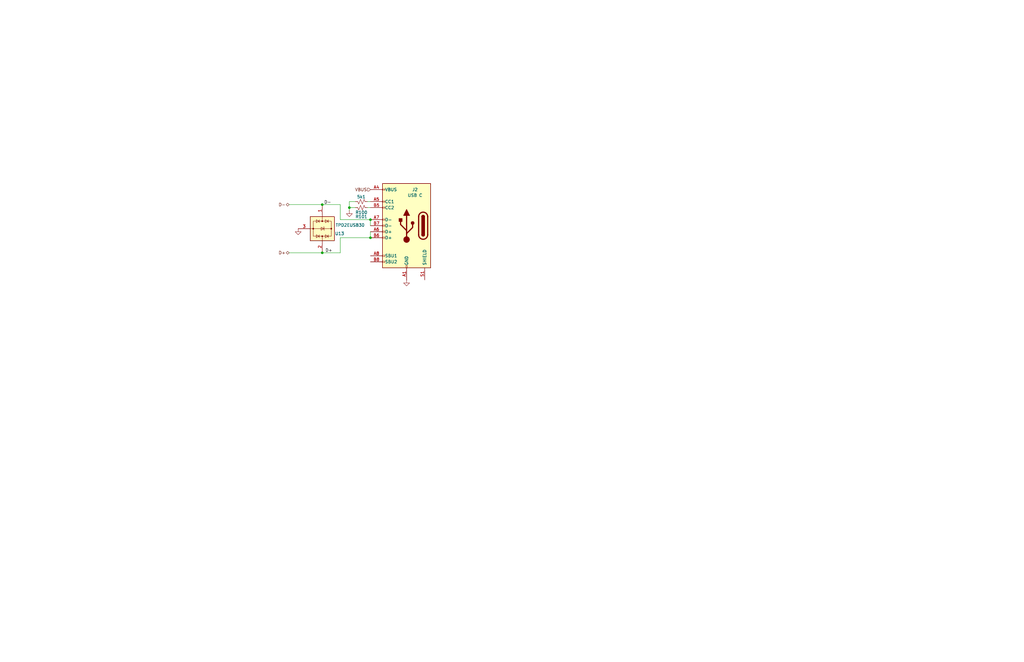
<source format=kicad_sch>
(kicad_sch (version 20250114) (generator "eeschema") (generator_version "9.0")
  (paper "B")
  (lib_symbols
    (symbol "Connector:USB_C_Receptacle_USB2.0_16P" (pin_names (offset 1.016))
      (property "Reference" "J" (at 0 22.225 0))
      (property "Value" "USB_C_Receptacle_USB2.0_16P" (at 0 19.685 0))
      (symbol "USB_C_Receptacle_USB2.0_16P_0_0"
        (rectangle (start -0.254 -17.78) (end 0.254 -16.764))
        (rectangle (start 10.16 15.494) (end 9.144 14.986))
        (rectangle (start 10.16 10.414) (end 9.144 9.906))
        (rectangle (start 10.16 7.874) (end 9.144 7.366))
        (rectangle (start 10.16 2.794) (end 9.144 2.286))
        (rectangle (start 10.16 0.254) (end 9.144 -0.254))
        (rectangle (start 10.16 -2.286) (end 9.144 -2.794))
        (rectangle (start 10.16 -4.826) (end 9.144 -5.334))
        (rectangle (start 10.16 -12.446) (end 9.144 -12.954))
        (rectangle (start 10.16 -14.986) (end 9.144 -15.494))
      )
      (symbol "USB_C_Receptacle_USB2.0_16P_0_1"
        (rectangle (start -10.16 17.78) (end 10.16 -17.78) (stroke (width 0.254)) (fill (type background)))
        (polyline (pts (xy -8.89 -3.81) (xy -8.89 3.81)) (stroke (width 0.508)))
        (rectangle (start -7.62 -3.81) (end -6.35 3.81) (stroke (width 0.254)) (fill (type outline)))
        (arc (start -7.62 3.81) (mid -6.985 4.4423) (end -6.35 3.81) (stroke (width 0.254)))
        (arc (start -7.62 3.81) (mid -6.985 4.4423) (end -6.35 3.81) (stroke (width 0.254)) (fill (type outline)))
        (arc (start -8.89 3.81) (mid -6.985 5.7067) (end -5.08 3.81) (stroke (width 0.508)))
        (arc (start -5.08 -3.81) (mid -6.985 -5.7067) (end -8.89 -3.81) (stroke (width 0.508)))
        (arc (start -6.35 -3.81) (mid -6.985 -4.4423) (end -7.62 -3.81) (stroke (width 0.254)))
        (arc (start -6.35 -3.81) (mid -6.985 -4.4423) (end -7.62 -3.81) (stroke (width 0.254)) (fill (type outline)))
        (polyline (pts (xy -5.08 3.81) (xy -5.08 -3.81)) (stroke (width 0.508)))
        (circle (center -2.54 1.143) (radius 0.635) (stroke (width 0.254)) (fill (type outline)))
        (polyline (pts (xy -1.27 4.318) (xy 0 6.858) (xy 1.27 4.318) (xy -1.27 4.318)) (stroke (width 0.254)) (fill (type outline)))
        (polyline (pts (xy 0 -2.032) (xy 2.54 0.508) (xy 2.54 1.778)) (stroke (width 0.508)))
        (polyline (pts (xy 0 -3.302) (xy -2.54 -0.762) (xy -2.54 0.508)) (stroke (width 0.508)))
        (polyline (pts (xy 0 -5.842) (xy 0 4.318)) (stroke (width 0.508)))
        (circle (center 0 -5.842) (radius 1.27) (fill (type outline)))
        (rectangle (start 1.905 1.778) (end 3.175 3.048) (stroke (width 0.254)) (fill (type outline)))
      )
      (symbol "USB_C_Receptacle_USB2.0_16P_1_1"
        (pin passive line (at -7.62 -22.86 90) (length 5.08) (name "SHIELD") (number "S1"))
        (pin passive line (at 0 -22.86 90) (length 5.08) (name "GND") (number "A1"))
        (pin passive line (at 0 -22.86 90) (length 5.08) (hide yes) (name "GND") (number "A12"))
        (pin passive line (at 0 -22.86 90) (length 5.08) (hide yes) (name "GND") (number "B1"))
        (pin passive line (at 0 -22.86 90) (length 5.08) (hide yes) (name "GND") (number "B12"))
        (pin passive line (at 15.24 15.24 180) (length 5.08) (name "VBUS") (number "A4"))
        (pin passive line (at 15.24 15.24 180) (length 5.08) (hide yes) (name "VBUS") (number "A9"))
        (pin passive line (at 15.24 15.24 180) (length 5.08) (hide yes) (name "VBUS") (number "B4"))
        (pin passive line (at 15.24 15.24 180) (length 5.08) (hide yes) (name "VBUS") (number "B9"))
        (pin bidirectional line (at 15.24 10.16 180) (length 5.08) (name "CC1") (number "A5"))
        (pin bidirectional line (at 15.24 7.62 180) (length 5.08) (name "CC2") (number "B5"))
        (pin bidirectional line (at 15.24 2.54 180) (length 5.08) (name "D-") (number "A7"))
        (pin bidirectional line (at 15.24 0 180) (length 5.08) (name "D-") (number "B7"))
        (pin bidirectional line (at 15.24 -2.54 180) (length 5.08) (name "D+") (number "A6"))
        (pin bidirectional line (at 15.24 -5.08 180) (length 5.08) (name "D+") (number "B6"))
        (pin bidirectional line (at 15.24 -12.7 180) (length 5.08) (name "SBU1") (number "A8"))
        (pin bidirectional line (at 15.24 -15.24 180) (length 5.08) (name "SBU2") (number "B8"))
      )
    )
    (symbol "Device:R_Small_US" (pin_numbers (hide yes)) (pin_names (offset 0.254) (hide yes))
      (property "Reference" "R" (at 0.762 0.508 0))
      (property "Value" "R_Small_US" (at 0.762 -1.016 0))
      (symbol "R_Small_US_1_1"
        (polyline (pts (xy 0 1.524) (xy 1.016 1.143) (xy 0 0.762) (xy -1.016 0.381) (xy 0 0)))
        (polyline (pts (xy 0 0) (xy 1.016 -0.381) (xy 0 -0.762) (xy -1.016 -1.143) (xy 0 -1.524)))
        (pin passive line (at 0 2.54 270) (length 1.016) (name "~") (number "1"))
        (pin passive line (at 0 -2.54 90) (length 1.016) (name "~") (number "2"))
      )
    )
    (symbol "Power_Protection:TPD2EUSB30" (pin_names (offset 0) (hide yes))
      (property "Reference" "U" (at 0 6.35 0))
      (property "Value" "TPD2EUSB30" (at 7.62 -7.62 0))
      (symbol "TPD2EUSB30_0_1"
        (rectangle (start -5.08 5.08) (end 5.08 -5.08) (stroke (width 0.254)) (fill (type background)))
        (polyline (pts (xy -5.08 0) (xy -3.175 0)))
        (polyline (pts (xy -3.81 2.54) (xy -2.54 2.54)))
        (polyline (pts (xy -3.81 -1.27) (xy -2.54 -1.27)))
        (rectangle (start -3.175 3.81) (end 3.175 -3.81))
        (circle (center -3.175 0) (radius 0.2794) (fill (type outline)))
        (polyline (pts (xy -2.54 1.27) (xy -3.81 1.27) (xy -3.175 2.54) (xy -2.54 1.27)))
        (polyline (pts (xy -2.54 -2.54) (xy -3.81 -2.54) (xy -3.175 -1.27) (xy -2.54 -2.54)))
        (circle (center 0 3.81) (radius 0.2794) (fill (type outline)))
        (polyline (pts (xy 0 3.81) (xy 0 -5.08)))
        (circle (center 0 -3.81) (radius 0.2794) (fill (type outline)))
        (polyline (pts (xy 0.635 -0.508) (xy -0.635 -0.508) (xy 0 0.762) (xy 0.635 -0.508)))
        (polyline (pts (xy 0.762 0.762) (xy -0.762 0.762) (xy -0.762 0.508)))
        (polyline (pts (xy 2.54 2.54) (xy 3.81 2.54)))
        (polyline (pts (xy 2.54 -1.27) (xy 3.81 -1.27)))
        (circle (center 3.175 0) (radius 0.2794) (fill (type outline)))
        (polyline (pts (xy 3.81 1.27) (xy 2.54 1.27) (xy 3.175 2.54) (xy 3.81 1.27)))
        (polyline (pts (xy 3.81 -2.54) (xy 2.54 -2.54) (xy 3.175 -1.27) (xy 3.81 -2.54)))
        (polyline (pts (xy 5.08 0) (xy 3.175 0)))
      )
      (symbol "TPD2EUSB30_1_1"
        (pin passive line (at -10.16 0 0) (length 5.08) (name "D+") (number "1"))
        (pin passive line (at 0 -10.16 90) (length 5.08) (name "GND") (number "3"))
        (pin passive line (at 10.16 0 180) (length 5.08) (name "D-") (number "2"))
      )
    )
    (symbol "power:GND" (power) (pin_numbers (hide yes)) (pin_names (offset 0) (hide yes))
      (property "Value" "GND" (at 0 -3.81 0))
      (symbol "GND_0_1"
        (polyline (pts (xy 0 0) (xy 0 -1.27) (xy 1.27 -1.27) (xy 0 -2.54) (xy -1.27 -1.27) (xy 0 -1.27)))
      )
      (symbol "GND_1_1"
        (pin power_in line (at 0 0 270) (length 0) (name "~") (number "1"))
      )
    )
  )
  (junction (at 147.32 87.63))
  (junction (at 156.21 92.71))
  (junction (at 156.21 100.33))
  (junction (at 135.89 86.36))
  (junction (at 135.89 106.68))
  (wire (pts (xy 143.51 100.33) (xy 143.51 106.68)))
  (wire (pts (xy 143.51 92.71) (xy 143.51 86.36)))
  (wire (pts (xy 154.94 87.63) (xy 156.21 87.63)))
  (wire (pts (xy 121.92 86.36) (xy 135.89 86.36)))
  (wire (pts (xy 156.21 97.79) (xy 156.21 100.33)))
  (wire (pts (xy 135.89 86.36) (xy 143.51 86.36)))
  (wire (pts (xy 156.21 92.71) (xy 143.51 92.71)))
  (wire (pts (xy 147.32 87.63) (xy 147.32 85.09)))
  (wire (pts (xy 147.32 87.63) (xy 149.86 87.63)))
  (wire (pts (xy 147.32 88.9) (xy 147.32 87.63)))
  (wire (pts (xy 143.51 106.68) (xy 135.89 106.68)))
  (wire (pts (xy 154.94 85.09) (xy 156.21 85.09)))
  (wire (pts (xy 147.32 85.09) (xy 149.86 85.09)))
  (wire (pts (xy 156.21 92.71) (xy 156.21 95.25)))
  (wire (pts (xy 156.21 100.33) (xy 143.51 100.33)))
  (wire (pts (xy 121.92 106.68) (xy 135.89 106.68)))
  (label "D+" (at 137.16 106.68 0))
  (label "D-" (at 139.7 86.36 180))
  (hierarchical_label "D-" (shape bidirectional) (at 121.92 86.36 180))
  (hierarchical_label "VBUS" (shape input) (at 156.21 80.01 180))
  (hierarchical_label "D+" (shape bidirectional) (at 121.92 106.68 180))
  (symbol (lib_id "Power_Protection:TPD2EUSB30") (at 135.89 96.52 270) (unit 1)
    (property "Reference" "U13" (at 141.224 98.552 90) (effects (justify left)))
    (property "Value" "TPD2EUSB30" (at 141.478 94.996 90) (effects (justify left)))
    (property "Footprint" "Package_TO_SOT_SMD:Texas_DRT-3" (effects (hide yes)))
    (property "Datasheet" "http://www.ti.com/lit/ds/symlink/tpd2eusb30a.pdf" (effects (hide yes)))
    (property "Description" "2-Channel ESD Protection for Super-Speed USB 3.0 Interface, DRT-3" (effects (hide yes)))
  )
  (symbol (lib_id "Device:R_Small_US") (at 152.4 87.63 270) (mirror x) (unit 1)
    (property "Reference" "R101" (at 152.4 91.44 90))
    (property "Value" "5k1" (at 154.178 83.058 90) (effects (justify right)))
    (property "Description" "Resistor, small US symbol" (effects (hide yes)))
  )
  (symbol (lib_id "power:GND") (at 171.45 118.11 0) (unit 1)
    (property "Reference" "#PWR0118" (effects (hide yes)))
    (property "Value" "GND" (effects (hide yes)))
    (property "Description" "Power symbol creates a global label with name \"GND\" , ground" (effects (hide yes)))
  )
  (symbol (lib_id "power:GND") (at 125.73 96.52 0) (unit 1)
    (property "Reference" "#PWR0115" (effects (hide yes)))
    (property "Value" "GND" (effects (hide yes)))
    (property "Description" "Power symbol creates a global label with name \"GND\" , ground" (effects (hide yes)))
  )
  (symbol (lib_id "Device:R_Small_US") (at 152.4 85.09 270) (mirror x) (unit 1)
    (property "Reference" "R100" (at 152.4 89.662 90))
    (property "Value" "5k1" (effects (hide yes)))
    (property "Description" "Resistor, small US symbol" (effects (hide yes)))
  )
  (symbol (lib_id "power:GND") (at 147.32 88.9 0) (unit 1)
    (property "Reference" "#PWR0120" (effects (hide yes)))
    (property "Value" "GND" (effects (hide yes)))
    (property "Description" "Power symbol creates a global label with name \"GND\" , ground" (effects (hide yes)))
  )
  (symbol (lib_id "Connector:USB_C_Receptacle_USB2.0_16P") (at 171.45 95.25 0) (mirror y) (unit 1)
    (property "Reference" "J2" (at 175.006 80.01 0))
    (property "Value" "USB C" (at 175.006 82.4343 0))
    (property "Datasheet" "https://www.usb.org/sites/default/files/documents/usb_type-c.zip" (effects (hide yes)))
    (property "Description" "USB 2.0-only 16P Type-C Receptacle connector" (effects (hide yes)))
  )
)
</source>
